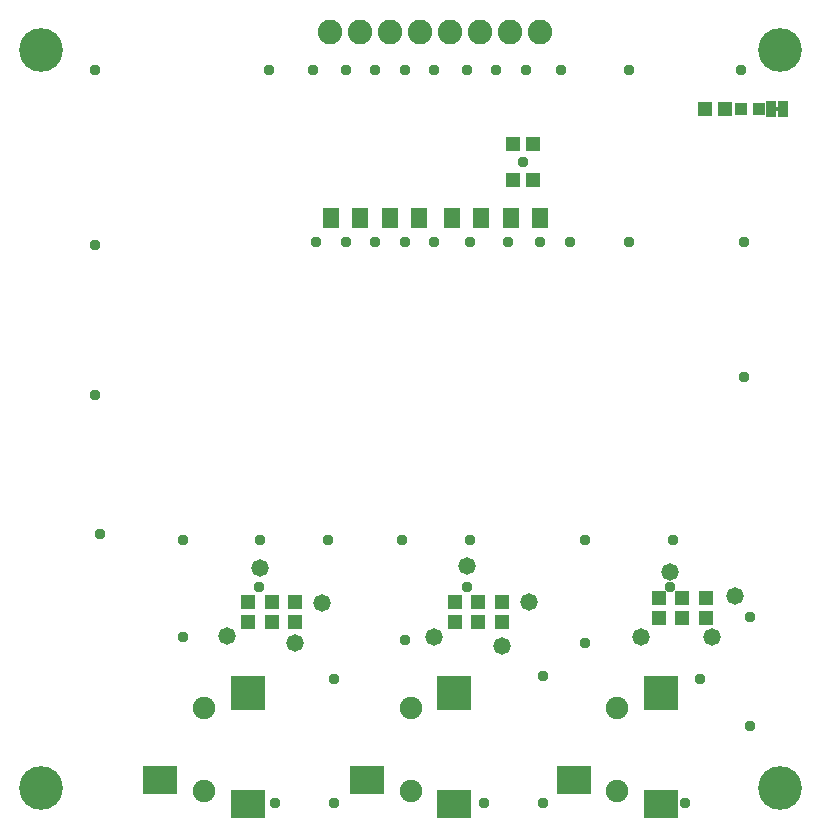
<source format=gbr>
G04 EAGLE Gerber RS-274X export*
G75*
%MOMM*%
%FSLAX34Y34*%
%LPD*%
%INSoldermask Top*%
%IPPOS*%
%AMOC8*
5,1,8,0,0,1.08239X$1,22.5*%
G01*
%ADD10C,3.703200*%
%ADD11R,1.203200X1.303200*%
%ADD12C,1.903200*%
%ADD13R,3.003200X2.403200*%
%ADD14R,3.003200X3.003200*%
%ADD15R,1.473200X0.838200*%
%ADD16C,1.473200*%
%ADD17C,2.082800*%
%ADD18R,1.303200X1.203200*%
%ADD19R,1.003200X1.003200*%
%ADD20R,0.838200X1.473200*%
%ADD21C,0.959600*%

G36*
X661970Y610607D02*
X661970Y610607D01*
X662036Y610609D01*
X662079Y610627D01*
X662126Y610635D01*
X662183Y610669D01*
X662243Y610694D01*
X662278Y610725D01*
X662319Y610750D01*
X662361Y610801D01*
X662409Y610845D01*
X662431Y610887D01*
X662460Y610924D01*
X662481Y610986D01*
X662512Y611045D01*
X662520Y611099D01*
X662532Y611136D01*
X662531Y611176D01*
X662539Y611230D01*
X662539Y613770D01*
X662528Y613835D01*
X662526Y613901D01*
X662508Y613944D01*
X662500Y613991D01*
X662466Y614048D01*
X662441Y614108D01*
X662410Y614143D01*
X662385Y614184D01*
X662334Y614226D01*
X662290Y614274D01*
X662248Y614296D01*
X662211Y614325D01*
X662149Y614346D01*
X662090Y614377D01*
X662036Y614385D01*
X661999Y614397D01*
X661959Y614396D01*
X661905Y614404D01*
X658095Y614404D01*
X658030Y614393D01*
X657964Y614391D01*
X657921Y614373D01*
X657874Y614365D01*
X657817Y614331D01*
X657757Y614306D01*
X657722Y614275D01*
X657681Y614250D01*
X657640Y614199D01*
X657591Y614155D01*
X657569Y614113D01*
X657540Y614076D01*
X657519Y614014D01*
X657488Y613955D01*
X657480Y613901D01*
X657468Y613864D01*
X657468Y613861D01*
X657469Y613824D01*
X657461Y613770D01*
X657461Y611230D01*
X657472Y611165D01*
X657474Y611099D01*
X657492Y611056D01*
X657500Y611009D01*
X657534Y610952D01*
X657559Y610892D01*
X657590Y610857D01*
X657615Y610816D01*
X657666Y610775D01*
X657710Y610726D01*
X657752Y610704D01*
X657789Y610675D01*
X657851Y610654D01*
X657910Y610623D01*
X657964Y610615D01*
X658001Y610603D01*
X658041Y610604D01*
X658095Y610596D01*
X661905Y610596D01*
X661970Y610607D01*
G37*
D10*
X37500Y662500D03*
X662500Y662500D03*
X662500Y37500D03*
X37500Y37500D03*
D11*
X560000Y198500D03*
X560000Y181500D03*
X600000Y198500D03*
X600000Y181500D03*
X580000Y198500D03*
X580000Y181500D03*
D12*
X525000Y35000D03*
D13*
X488000Y44000D03*
X562000Y24000D03*
D14*
X562000Y118000D03*
D12*
X525000Y105000D03*
D15*
X385000Y515936D03*
X385000Y524064D03*
X410000Y515936D03*
X410000Y524064D03*
X435000Y515936D03*
X435000Y524064D03*
X460000Y515936D03*
X460000Y524064D03*
D16*
X570000Y220000D03*
X545000Y165000D03*
X625000Y200000D03*
X605000Y165000D03*
D17*
X460000Y677500D03*
X434600Y677500D03*
X409200Y677500D03*
X383800Y677500D03*
X358400Y677500D03*
X333000Y677500D03*
X307600Y677500D03*
X282200Y677500D03*
D18*
X436500Y582500D03*
X453500Y582500D03*
X436500Y552500D03*
X453500Y552500D03*
X616000Y612500D03*
X599000Y612500D03*
D19*
X645000Y612500D03*
X630000Y612500D03*
D20*
X665080Y612500D03*
X654920Y612500D03*
D11*
X387500Y195000D03*
X387500Y178000D03*
X427500Y195000D03*
X427500Y178000D03*
X407500Y195000D03*
X407500Y178000D03*
D12*
X350000Y35000D03*
D13*
X313000Y44000D03*
X387000Y24000D03*
D14*
X387000Y118000D03*
D12*
X350000Y105000D03*
D15*
X332500Y515936D03*
X332500Y524064D03*
X357500Y515936D03*
X357500Y524064D03*
D16*
X397500Y225000D03*
X370000Y165000D03*
X450000Y195000D03*
X427500Y157500D03*
D11*
X212500Y195000D03*
X212500Y178000D03*
X252500Y195000D03*
X252500Y178000D03*
X232500Y195000D03*
X232500Y178000D03*
D12*
X175000Y35000D03*
D13*
X138000Y44000D03*
X212000Y24000D03*
D14*
X212000Y118000D03*
D12*
X175000Y105000D03*
D15*
X282500Y515936D03*
X282500Y524064D03*
X307500Y515936D03*
X307500Y524064D03*
D16*
X222500Y224000D03*
X195000Y166500D03*
X275000Y194000D03*
X252500Y160000D03*
D21*
X570000Y207500D03*
X222000Y207500D03*
X460000Y500000D03*
X397500Y207500D03*
X432500Y500000D03*
X400000Y500000D03*
X370000Y500000D03*
X485000Y500000D03*
X235000Y25000D03*
X535000Y500000D03*
X535000Y645000D03*
X230000Y645000D03*
X82500Y645000D03*
X637500Y90000D03*
X447500Y645000D03*
X370000Y645000D03*
X397500Y645000D03*
X422500Y645000D03*
X400000Y247500D03*
X572500Y247500D03*
X497500Y160000D03*
X637500Y182500D03*
X497500Y247500D03*
X462500Y132500D03*
X462500Y25000D03*
X445000Y567500D03*
X345000Y645000D03*
X320000Y645000D03*
X295000Y645000D03*
X267500Y645000D03*
X477500Y645000D03*
X345000Y500000D03*
X320000Y500000D03*
X295000Y500000D03*
X270000Y500000D03*
X342500Y247500D03*
X280000Y247500D03*
X222500Y247500D03*
X157500Y247500D03*
X157500Y165000D03*
X345000Y162500D03*
X412500Y25000D03*
X582500Y25000D03*
X285000Y25000D03*
X285000Y130000D03*
X595000Y130000D03*
X82500Y497500D03*
X82500Y370000D03*
X87500Y252500D03*
X632500Y385000D03*
X632500Y500000D03*
X630000Y645000D03*
M02*

</source>
